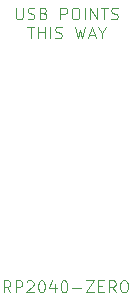
<source format=gbr>
%TF.GenerationSoftware,KiCad,Pcbnew,8.0.3+1*%
%TF.CreationDate,2024-06-24T22:52:21-04:00*%
%TF.ProjectId,RP2040_ZERO_REV,52503230-3430-45f5-9a45-524f5f524556,rev?*%
%TF.SameCoordinates,Original*%
%TF.FileFunction,Legend,Top*%
%TF.FilePolarity,Positive*%
%FSLAX46Y46*%
G04 Gerber Fmt 4.6, Leading zero omitted, Abs format (unit mm)*
G04 Created by KiCad (PCBNEW 8.0.3+1) date 2024-06-24 22:52:21*
%MOMM*%
%LPD*%
G01*
G04 APERTURE LIST*
%ADD10C,0.100000*%
G04 APERTURE END LIST*
D10*
X155545312Y-97502419D02*
X155211979Y-97026228D01*
X154973884Y-97502419D02*
X154973884Y-96502419D01*
X154973884Y-96502419D02*
X155354836Y-96502419D01*
X155354836Y-96502419D02*
X155450074Y-96550038D01*
X155450074Y-96550038D02*
X155497693Y-96597657D01*
X155497693Y-96597657D02*
X155545312Y-96692895D01*
X155545312Y-96692895D02*
X155545312Y-96835752D01*
X155545312Y-96835752D02*
X155497693Y-96930990D01*
X155497693Y-96930990D02*
X155450074Y-96978609D01*
X155450074Y-96978609D02*
X155354836Y-97026228D01*
X155354836Y-97026228D02*
X154973884Y-97026228D01*
X155973884Y-97502419D02*
X155973884Y-96502419D01*
X155973884Y-96502419D02*
X156354836Y-96502419D01*
X156354836Y-96502419D02*
X156450074Y-96550038D01*
X156450074Y-96550038D02*
X156497693Y-96597657D01*
X156497693Y-96597657D02*
X156545312Y-96692895D01*
X156545312Y-96692895D02*
X156545312Y-96835752D01*
X156545312Y-96835752D02*
X156497693Y-96930990D01*
X156497693Y-96930990D02*
X156450074Y-96978609D01*
X156450074Y-96978609D02*
X156354836Y-97026228D01*
X156354836Y-97026228D02*
X155973884Y-97026228D01*
X156926265Y-96597657D02*
X156973884Y-96550038D01*
X156973884Y-96550038D02*
X157069122Y-96502419D01*
X157069122Y-96502419D02*
X157307217Y-96502419D01*
X157307217Y-96502419D02*
X157402455Y-96550038D01*
X157402455Y-96550038D02*
X157450074Y-96597657D01*
X157450074Y-96597657D02*
X157497693Y-96692895D01*
X157497693Y-96692895D02*
X157497693Y-96788133D01*
X157497693Y-96788133D02*
X157450074Y-96930990D01*
X157450074Y-96930990D02*
X156878646Y-97502419D01*
X156878646Y-97502419D02*
X157497693Y-97502419D01*
X158116741Y-96502419D02*
X158211979Y-96502419D01*
X158211979Y-96502419D02*
X158307217Y-96550038D01*
X158307217Y-96550038D02*
X158354836Y-96597657D01*
X158354836Y-96597657D02*
X158402455Y-96692895D01*
X158402455Y-96692895D02*
X158450074Y-96883371D01*
X158450074Y-96883371D02*
X158450074Y-97121466D01*
X158450074Y-97121466D02*
X158402455Y-97311942D01*
X158402455Y-97311942D02*
X158354836Y-97407180D01*
X158354836Y-97407180D02*
X158307217Y-97454800D01*
X158307217Y-97454800D02*
X158211979Y-97502419D01*
X158211979Y-97502419D02*
X158116741Y-97502419D01*
X158116741Y-97502419D02*
X158021503Y-97454800D01*
X158021503Y-97454800D02*
X157973884Y-97407180D01*
X157973884Y-97407180D02*
X157926265Y-97311942D01*
X157926265Y-97311942D02*
X157878646Y-97121466D01*
X157878646Y-97121466D02*
X157878646Y-96883371D01*
X157878646Y-96883371D02*
X157926265Y-96692895D01*
X157926265Y-96692895D02*
X157973884Y-96597657D01*
X157973884Y-96597657D02*
X158021503Y-96550038D01*
X158021503Y-96550038D02*
X158116741Y-96502419D01*
X159307217Y-96835752D02*
X159307217Y-97502419D01*
X159069122Y-96454800D02*
X158831027Y-97169085D01*
X158831027Y-97169085D02*
X159450074Y-97169085D01*
X160021503Y-96502419D02*
X160116741Y-96502419D01*
X160116741Y-96502419D02*
X160211979Y-96550038D01*
X160211979Y-96550038D02*
X160259598Y-96597657D01*
X160259598Y-96597657D02*
X160307217Y-96692895D01*
X160307217Y-96692895D02*
X160354836Y-96883371D01*
X160354836Y-96883371D02*
X160354836Y-97121466D01*
X160354836Y-97121466D02*
X160307217Y-97311942D01*
X160307217Y-97311942D02*
X160259598Y-97407180D01*
X160259598Y-97407180D02*
X160211979Y-97454800D01*
X160211979Y-97454800D02*
X160116741Y-97502419D01*
X160116741Y-97502419D02*
X160021503Y-97502419D01*
X160021503Y-97502419D02*
X159926265Y-97454800D01*
X159926265Y-97454800D02*
X159878646Y-97407180D01*
X159878646Y-97407180D02*
X159831027Y-97311942D01*
X159831027Y-97311942D02*
X159783408Y-97121466D01*
X159783408Y-97121466D02*
X159783408Y-96883371D01*
X159783408Y-96883371D02*
X159831027Y-96692895D01*
X159831027Y-96692895D02*
X159878646Y-96597657D01*
X159878646Y-96597657D02*
X159926265Y-96550038D01*
X159926265Y-96550038D02*
X160021503Y-96502419D01*
X160783408Y-97121466D02*
X161545313Y-97121466D01*
X161926265Y-96502419D02*
X162592931Y-96502419D01*
X162592931Y-96502419D02*
X161926265Y-97502419D01*
X161926265Y-97502419D02*
X162592931Y-97502419D01*
X162973884Y-96978609D02*
X163307217Y-96978609D01*
X163450074Y-97502419D02*
X162973884Y-97502419D01*
X162973884Y-97502419D02*
X162973884Y-96502419D01*
X162973884Y-96502419D02*
X163450074Y-96502419D01*
X164450074Y-97502419D02*
X164116741Y-97026228D01*
X163878646Y-97502419D02*
X163878646Y-96502419D01*
X163878646Y-96502419D02*
X164259598Y-96502419D01*
X164259598Y-96502419D02*
X164354836Y-96550038D01*
X164354836Y-96550038D02*
X164402455Y-96597657D01*
X164402455Y-96597657D02*
X164450074Y-96692895D01*
X164450074Y-96692895D02*
X164450074Y-96835752D01*
X164450074Y-96835752D02*
X164402455Y-96930990D01*
X164402455Y-96930990D02*
X164354836Y-96978609D01*
X164354836Y-96978609D02*
X164259598Y-97026228D01*
X164259598Y-97026228D02*
X163878646Y-97026228D01*
X165069122Y-96502419D02*
X165259598Y-96502419D01*
X165259598Y-96502419D02*
X165354836Y-96550038D01*
X165354836Y-96550038D02*
X165450074Y-96645276D01*
X165450074Y-96645276D02*
X165497693Y-96835752D01*
X165497693Y-96835752D02*
X165497693Y-97169085D01*
X165497693Y-97169085D02*
X165450074Y-97359561D01*
X165450074Y-97359561D02*
X165354836Y-97454800D01*
X165354836Y-97454800D02*
X165259598Y-97502419D01*
X165259598Y-97502419D02*
X165069122Y-97502419D01*
X165069122Y-97502419D02*
X164973884Y-97454800D01*
X164973884Y-97454800D02*
X164878646Y-97359561D01*
X164878646Y-97359561D02*
X164831027Y-97169085D01*
X164831027Y-97169085D02*
X164831027Y-96835752D01*
X164831027Y-96835752D02*
X164878646Y-96645276D01*
X164878646Y-96645276D02*
X164973884Y-96550038D01*
X164973884Y-96550038D02*
X165069122Y-96502419D01*
X156004286Y-73402475D02*
X156004286Y-74211998D01*
X156004286Y-74211998D02*
X156051905Y-74307236D01*
X156051905Y-74307236D02*
X156099524Y-74354856D01*
X156099524Y-74354856D02*
X156194762Y-74402475D01*
X156194762Y-74402475D02*
X156385238Y-74402475D01*
X156385238Y-74402475D02*
X156480476Y-74354856D01*
X156480476Y-74354856D02*
X156528095Y-74307236D01*
X156528095Y-74307236D02*
X156575714Y-74211998D01*
X156575714Y-74211998D02*
X156575714Y-73402475D01*
X157004286Y-74354856D02*
X157147143Y-74402475D01*
X157147143Y-74402475D02*
X157385238Y-74402475D01*
X157385238Y-74402475D02*
X157480476Y-74354856D01*
X157480476Y-74354856D02*
X157528095Y-74307236D01*
X157528095Y-74307236D02*
X157575714Y-74211998D01*
X157575714Y-74211998D02*
X157575714Y-74116760D01*
X157575714Y-74116760D02*
X157528095Y-74021522D01*
X157528095Y-74021522D02*
X157480476Y-73973903D01*
X157480476Y-73973903D02*
X157385238Y-73926284D01*
X157385238Y-73926284D02*
X157194762Y-73878665D01*
X157194762Y-73878665D02*
X157099524Y-73831046D01*
X157099524Y-73831046D02*
X157051905Y-73783427D01*
X157051905Y-73783427D02*
X157004286Y-73688189D01*
X157004286Y-73688189D02*
X157004286Y-73592951D01*
X157004286Y-73592951D02*
X157051905Y-73497713D01*
X157051905Y-73497713D02*
X157099524Y-73450094D01*
X157099524Y-73450094D02*
X157194762Y-73402475D01*
X157194762Y-73402475D02*
X157432857Y-73402475D01*
X157432857Y-73402475D02*
X157575714Y-73450094D01*
X158337619Y-73878665D02*
X158480476Y-73926284D01*
X158480476Y-73926284D02*
X158528095Y-73973903D01*
X158528095Y-73973903D02*
X158575714Y-74069141D01*
X158575714Y-74069141D02*
X158575714Y-74211998D01*
X158575714Y-74211998D02*
X158528095Y-74307236D01*
X158528095Y-74307236D02*
X158480476Y-74354856D01*
X158480476Y-74354856D02*
X158385238Y-74402475D01*
X158385238Y-74402475D02*
X158004286Y-74402475D01*
X158004286Y-74402475D02*
X158004286Y-73402475D01*
X158004286Y-73402475D02*
X158337619Y-73402475D01*
X158337619Y-73402475D02*
X158432857Y-73450094D01*
X158432857Y-73450094D02*
X158480476Y-73497713D01*
X158480476Y-73497713D02*
X158528095Y-73592951D01*
X158528095Y-73592951D02*
X158528095Y-73688189D01*
X158528095Y-73688189D02*
X158480476Y-73783427D01*
X158480476Y-73783427D02*
X158432857Y-73831046D01*
X158432857Y-73831046D02*
X158337619Y-73878665D01*
X158337619Y-73878665D02*
X158004286Y-73878665D01*
X159766191Y-74402475D02*
X159766191Y-73402475D01*
X159766191Y-73402475D02*
X160147143Y-73402475D01*
X160147143Y-73402475D02*
X160242381Y-73450094D01*
X160242381Y-73450094D02*
X160290000Y-73497713D01*
X160290000Y-73497713D02*
X160337619Y-73592951D01*
X160337619Y-73592951D02*
X160337619Y-73735808D01*
X160337619Y-73735808D02*
X160290000Y-73831046D01*
X160290000Y-73831046D02*
X160242381Y-73878665D01*
X160242381Y-73878665D02*
X160147143Y-73926284D01*
X160147143Y-73926284D02*
X159766191Y-73926284D01*
X160956667Y-73402475D02*
X161147143Y-73402475D01*
X161147143Y-73402475D02*
X161242381Y-73450094D01*
X161242381Y-73450094D02*
X161337619Y-73545332D01*
X161337619Y-73545332D02*
X161385238Y-73735808D01*
X161385238Y-73735808D02*
X161385238Y-74069141D01*
X161385238Y-74069141D02*
X161337619Y-74259617D01*
X161337619Y-74259617D02*
X161242381Y-74354856D01*
X161242381Y-74354856D02*
X161147143Y-74402475D01*
X161147143Y-74402475D02*
X160956667Y-74402475D01*
X160956667Y-74402475D02*
X160861429Y-74354856D01*
X160861429Y-74354856D02*
X160766191Y-74259617D01*
X160766191Y-74259617D02*
X160718572Y-74069141D01*
X160718572Y-74069141D02*
X160718572Y-73735808D01*
X160718572Y-73735808D02*
X160766191Y-73545332D01*
X160766191Y-73545332D02*
X160861429Y-73450094D01*
X160861429Y-73450094D02*
X160956667Y-73402475D01*
X161813810Y-74402475D02*
X161813810Y-73402475D01*
X162290000Y-74402475D02*
X162290000Y-73402475D01*
X162290000Y-73402475D02*
X162861428Y-74402475D01*
X162861428Y-74402475D02*
X162861428Y-73402475D01*
X163194762Y-73402475D02*
X163766190Y-73402475D01*
X163480476Y-74402475D02*
X163480476Y-73402475D01*
X164051905Y-74354856D02*
X164194762Y-74402475D01*
X164194762Y-74402475D02*
X164432857Y-74402475D01*
X164432857Y-74402475D02*
X164528095Y-74354856D01*
X164528095Y-74354856D02*
X164575714Y-74307236D01*
X164575714Y-74307236D02*
X164623333Y-74211998D01*
X164623333Y-74211998D02*
X164623333Y-74116760D01*
X164623333Y-74116760D02*
X164575714Y-74021522D01*
X164575714Y-74021522D02*
X164528095Y-73973903D01*
X164528095Y-73973903D02*
X164432857Y-73926284D01*
X164432857Y-73926284D02*
X164242381Y-73878665D01*
X164242381Y-73878665D02*
X164147143Y-73831046D01*
X164147143Y-73831046D02*
X164099524Y-73783427D01*
X164099524Y-73783427D02*
X164051905Y-73688189D01*
X164051905Y-73688189D02*
X164051905Y-73592951D01*
X164051905Y-73592951D02*
X164099524Y-73497713D01*
X164099524Y-73497713D02*
X164147143Y-73450094D01*
X164147143Y-73450094D02*
X164242381Y-73402475D01*
X164242381Y-73402475D02*
X164480476Y-73402475D01*
X164480476Y-73402475D02*
X164623333Y-73450094D01*
X156956667Y-75012419D02*
X157528095Y-75012419D01*
X157242381Y-76012419D02*
X157242381Y-75012419D01*
X157861429Y-76012419D02*
X157861429Y-75012419D01*
X157861429Y-75488609D02*
X158432857Y-75488609D01*
X158432857Y-76012419D02*
X158432857Y-75012419D01*
X158909048Y-76012419D02*
X158909048Y-75012419D01*
X159337619Y-75964800D02*
X159480476Y-76012419D01*
X159480476Y-76012419D02*
X159718571Y-76012419D01*
X159718571Y-76012419D02*
X159813809Y-75964800D01*
X159813809Y-75964800D02*
X159861428Y-75917180D01*
X159861428Y-75917180D02*
X159909047Y-75821942D01*
X159909047Y-75821942D02*
X159909047Y-75726704D01*
X159909047Y-75726704D02*
X159861428Y-75631466D01*
X159861428Y-75631466D02*
X159813809Y-75583847D01*
X159813809Y-75583847D02*
X159718571Y-75536228D01*
X159718571Y-75536228D02*
X159528095Y-75488609D01*
X159528095Y-75488609D02*
X159432857Y-75440990D01*
X159432857Y-75440990D02*
X159385238Y-75393371D01*
X159385238Y-75393371D02*
X159337619Y-75298133D01*
X159337619Y-75298133D02*
X159337619Y-75202895D01*
X159337619Y-75202895D02*
X159385238Y-75107657D01*
X159385238Y-75107657D02*
X159432857Y-75060038D01*
X159432857Y-75060038D02*
X159528095Y-75012419D01*
X159528095Y-75012419D02*
X159766190Y-75012419D01*
X159766190Y-75012419D02*
X159909047Y-75060038D01*
X161004286Y-75012419D02*
X161242381Y-76012419D01*
X161242381Y-76012419D02*
X161432857Y-75298133D01*
X161432857Y-75298133D02*
X161623333Y-76012419D01*
X161623333Y-76012419D02*
X161861429Y-75012419D01*
X162194762Y-75726704D02*
X162670952Y-75726704D01*
X162099524Y-76012419D02*
X162432857Y-75012419D01*
X162432857Y-75012419D02*
X162766190Y-76012419D01*
X163290000Y-75536228D02*
X163290000Y-76012419D01*
X162956667Y-75012419D02*
X163290000Y-75536228D01*
X163290000Y-75536228D02*
X163623333Y-75012419D01*
M02*

</source>
